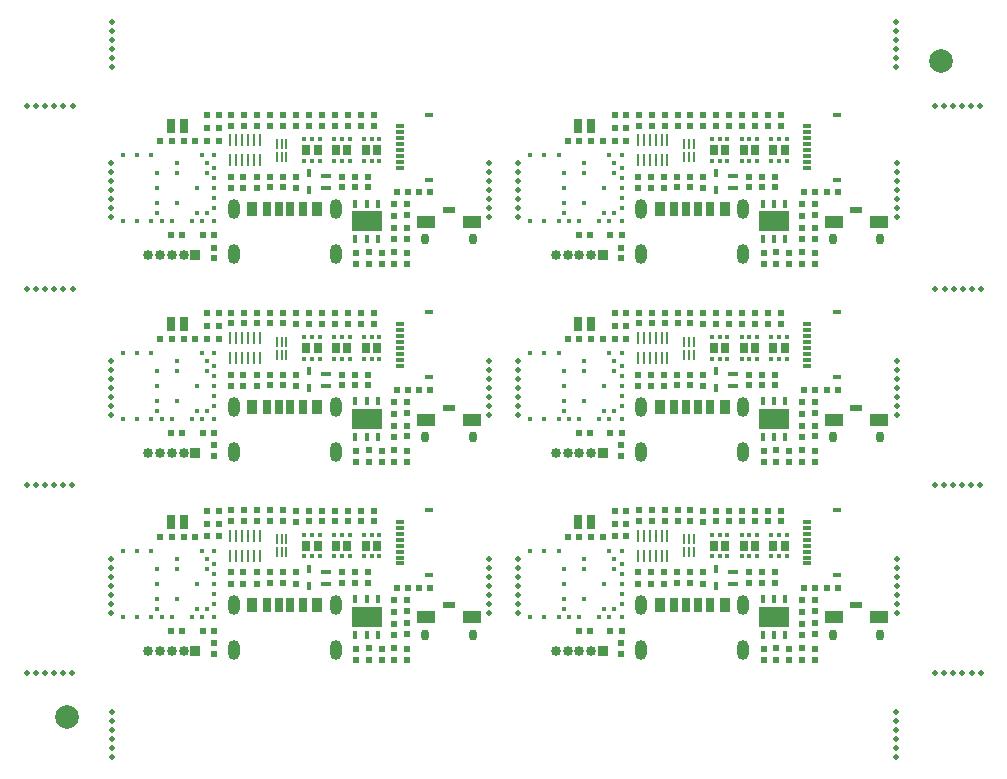
<source format=gbr>
%TF.GenerationSoftware,KiCad,Pcbnew,7.0.8-7.0.8~ubuntu22.04.1*%
%TF.CreationDate,2023-10-22T17:04:20-05:00*%
%TF.ProjectId,BT_PANELIZED,42545f50-414e-4454-9c49-5a45442e6b69,000*%
%TF.SameCoordinates,Original*%
%TF.FileFunction,Soldermask,Top*%
%TF.FilePolarity,Negative*%
%FSLAX46Y46*%
G04 Gerber Fmt 4.6, Leading zero omitted, Abs format (unit mm)*
G04 Created by KiCad (PCBNEW 7.0.8-7.0.8~ubuntu22.04.1) date 2023-10-22 17:04:20*
%MOMM*%
%LPD*%
G01*
G04 APERTURE LIST*
%ADD10C,0.500000*%
%ADD11C,2.000000*%
%ADD12R,0.600000X0.490000*%
%ADD13R,0.500000X0.550000*%
%ADD14R,0.200000X0.850000*%
%ADD15R,0.400000X0.400000*%
%ADD16R,0.490000X0.600000*%
%ADD17R,0.550000X0.500000*%
%ADD18R,0.700000X1.200000*%
%ADD19R,0.500000X0.500000*%
%ADD20R,0.838200X0.406400*%
%ADD21R,0.800000X0.300000*%
%ADD22R,0.800000X0.400000*%
%ADD23R,0.700000X1.150000*%
%ADD24R,0.800000X1.150000*%
%ADD25R,0.900000X1.150000*%
%ADD26O,1.000000X1.700000*%
%ADD27R,0.350000X0.400000*%
%ADD28R,0.650000X0.900000*%
%ADD29R,0.250000X1.000000*%
%ADD30R,0.420000X0.700000*%
%ADD31R,0.850000X0.850000*%
%ADD32O,0.850000X0.850000*%
%ADD33R,0.400000X0.800000*%
%ADD34R,2.500000X1.750000*%
%ADD35R,1.650000X1.050000*%
%ADD36O,0.700000X0.950000*%
%ADD37R,1.100000X0.600000*%
G04 APERTURE END LIST*
D10*
%TO.C,REF\u002A\u002A*%
X100288000Y-37760000D03*
%TD*%
%TO.C,REF\u002A\u002A*%
X101054000Y-37760000D03*
%TD*%
%TO.C,REF\u002A\u002A*%
X101820000Y-37760000D03*
%TD*%
%TO.C,REF\u002A\u002A*%
X97990000Y-37760000D03*
%TD*%
%TO.C,REF\u002A\u002A*%
X98756000Y-37760000D03*
%TD*%
%TO.C,REF\u002A\u002A*%
X99522000Y-37760000D03*
%TD*%
%TO.C,REF\u002A\u002A*%
X176402000Y-85730000D03*
%TD*%
%TO.C,REF\u002A\u002A*%
X175616000Y-37760000D03*
%TD*%
%TO.C,REF\u002A\u002A*%
X174850000Y-37760000D03*
%TD*%
%TO.C,REF\u002A\u002A*%
X178680000Y-37760000D03*
%TD*%
%TO.C,REF\u002A\u002A*%
X177914000Y-37760000D03*
%TD*%
%TO.C,REF\u002A\u002A*%
X177148000Y-37760000D03*
%TD*%
%TO.C,REF\u002A\u002A*%
X105140000Y-91318000D03*
%TD*%
%TO.C,REF\u002A\u002A*%
X105140000Y-90552000D03*
%TD*%
%TO.C,REF\u002A\u002A*%
X105140000Y-92084000D03*
%TD*%
%TO.C,REF\u002A\u002A*%
X105140000Y-92850000D03*
%TD*%
%TO.C,REF\u002A\u002A*%
X105140000Y-89786000D03*
%TD*%
%TO.C,REF\u002A\u002A*%
X105140000Y-89020000D03*
%TD*%
D11*
%TO.C,REF\u002A\u002A*%
X175314263Y-33950000D03*
%TD*%
%TO.C,REF\u002A\u002A*%
X101335737Y-89510000D03*
%TD*%
D10*
%TO.C,REF\u002A\u002A*%
X105055000Y-43345000D03*
%TD*%
%TO.C,REF\u002A\u002A*%
X105055000Y-44110000D03*
%TD*%
%TO.C,REF\u002A\u002A*%
X105055000Y-45640000D03*
%TD*%
%TO.C,REF\u002A\u002A*%
X105055000Y-42580000D03*
%TD*%
%TO.C,REF\u002A\u002A*%
X105055000Y-44875000D03*
%TD*%
%TO.C,REF\u002A\u002A*%
X105055000Y-46405000D03*
%TD*%
%TO.C,REF\u002A\u002A*%
X105055000Y-47170000D03*
%TD*%
%TO.C,REF\u002A\u002A*%
X176382000Y-37760000D03*
%TD*%
%TO.C,REF\u002A\u002A*%
X137105000Y-43345000D03*
%TD*%
%TO.C,REF\u002A\u002A*%
X137105000Y-44875000D03*
%TD*%
%TO.C,REF\u002A\u002A*%
X137105000Y-46405000D03*
%TD*%
%TO.C,REF\u002A\u002A*%
X137105000Y-42580000D03*
%TD*%
%TO.C,REF\u002A\u002A*%
X137105000Y-45640000D03*
%TD*%
%TO.C,REF\u002A\u002A*%
X137105000Y-44110000D03*
%TD*%
%TO.C,REF\u002A\u002A*%
X137105000Y-47170000D03*
%TD*%
%TO.C,REF\u002A\u002A*%
X139555000Y-45640000D03*
%TD*%
%TO.C,REF\u002A\u002A*%
X139555000Y-47170000D03*
%TD*%
%TO.C,REF\u002A\u002A*%
X139555000Y-42580000D03*
%TD*%
%TO.C,REF\u002A\u002A*%
X139555000Y-44110000D03*
%TD*%
%TO.C,REF\u002A\u002A*%
X139555000Y-43345000D03*
%TD*%
%TO.C,REF\u002A\u002A*%
X139555000Y-44875000D03*
%TD*%
%TO.C,REF\u002A\u002A*%
X139555000Y-46405000D03*
%TD*%
%TO.C,REF\u002A\u002A*%
X171605000Y-43345000D03*
%TD*%
%TO.C,REF\u002A\u002A*%
X171605000Y-44875000D03*
%TD*%
%TO.C,REF\u002A\u002A*%
X171605000Y-46405000D03*
%TD*%
%TO.C,REF\u002A\u002A*%
X171605000Y-42580000D03*
%TD*%
%TO.C,REF\u002A\u002A*%
X171605000Y-45640000D03*
%TD*%
%TO.C,REF\u002A\u002A*%
X171605000Y-44110000D03*
%TD*%
%TO.C,REF\u002A\u002A*%
X171605000Y-47170000D03*
%TD*%
%TO.C,REF\u002A\u002A*%
X97980000Y-69860000D03*
%TD*%
%TO.C,REF\u002A\u002A*%
X99512000Y-69860000D03*
%TD*%
%TO.C,REF\u002A\u002A*%
X98746000Y-69860000D03*
%TD*%
%TO.C,REF\u002A\u002A*%
X101810000Y-69860000D03*
%TD*%
%TO.C,REF\u002A\u002A*%
X100278000Y-69860000D03*
%TD*%
%TO.C,REF\u002A\u002A*%
X101044000Y-69860000D03*
%TD*%
%TO.C,REF\u002A\u002A*%
X139555000Y-62390000D03*
%TD*%
%TO.C,REF\u002A\u002A*%
X139555000Y-79140000D03*
%TD*%
%TO.C,REF\u002A\u002A*%
X137105000Y-60860000D03*
%TD*%
%TO.C,REF\u002A\u002A*%
X137105000Y-77610000D03*
%TD*%
%TO.C,REF\u002A\u002A*%
X137105000Y-62390000D03*
%TD*%
%TO.C,REF\u002A\u002A*%
X137105000Y-79140000D03*
%TD*%
%TO.C,REF\u002A\u002A*%
X139555000Y-63155000D03*
%TD*%
%TO.C,REF\u002A\u002A*%
X139555000Y-79905000D03*
%TD*%
%TO.C,REF\u002A\u002A*%
X137105000Y-63920000D03*
%TD*%
%TO.C,REF\u002A\u002A*%
X137105000Y-80670000D03*
%TD*%
%TO.C,REF\u002A\u002A*%
X139555000Y-60860000D03*
%TD*%
%TO.C,REF\u002A\u002A*%
X139555000Y-77610000D03*
%TD*%
%TO.C,REF\u002A\u002A*%
X139555000Y-63920000D03*
%TD*%
%TO.C,REF\u002A\u002A*%
X139555000Y-80670000D03*
%TD*%
%TO.C,REF\u002A\u002A*%
X137105000Y-59330000D03*
%TD*%
%TO.C,REF\u002A\u002A*%
X137105000Y-76080000D03*
%TD*%
%TO.C,REF\u002A\u002A*%
X137105000Y-63155000D03*
%TD*%
%TO.C,REF\u002A\u002A*%
X137105000Y-79905000D03*
%TD*%
%TO.C,REF\u002A\u002A*%
X137105000Y-61625000D03*
%TD*%
%TO.C,REF\u002A\u002A*%
X137105000Y-78375000D03*
%TD*%
%TO.C,REF\u002A\u002A*%
X137105000Y-60095000D03*
%TD*%
%TO.C,REF\u002A\u002A*%
X137105000Y-76845000D03*
%TD*%
%TO.C,REF\u002A\u002A*%
X105055000Y-63920000D03*
%TD*%
%TO.C,REF\u002A\u002A*%
X105055000Y-80670000D03*
%TD*%
%TO.C,REF\u002A\u002A*%
X105055000Y-63155000D03*
%TD*%
%TO.C,REF\u002A\u002A*%
X105055000Y-79905000D03*
%TD*%
%TO.C,REF\u002A\u002A*%
X171605000Y-60095000D03*
%TD*%
%TO.C,REF\u002A\u002A*%
X171605000Y-76845000D03*
%TD*%
%TO.C,REF\u002A\u002A*%
X105055000Y-59330000D03*
%TD*%
%TO.C,REF\u002A\u002A*%
X105055000Y-76080000D03*
%TD*%
%TO.C,REF\u002A\u002A*%
X139555000Y-60095000D03*
%TD*%
%TO.C,REF\u002A\u002A*%
X139555000Y-76845000D03*
%TD*%
%TO.C,REF\u002A\u002A*%
X139555000Y-61625000D03*
%TD*%
%TO.C,REF\u002A\u002A*%
X139555000Y-78375000D03*
%TD*%
%TO.C,REF\u002A\u002A*%
X139555000Y-59330000D03*
%TD*%
%TO.C,REF\u002A\u002A*%
X139555000Y-76080000D03*
%TD*%
%TO.C,REF\u002A\u002A*%
X105055000Y-61625000D03*
%TD*%
%TO.C,REF\u002A\u002A*%
X105055000Y-78375000D03*
%TD*%
%TO.C,REF\u002A\u002A*%
X105055000Y-62390000D03*
%TD*%
%TO.C,REF\u002A\u002A*%
X105055000Y-79140000D03*
%TD*%
%TO.C,REF\u002A\u002A*%
X105055000Y-60860000D03*
%TD*%
%TO.C,REF\u002A\u002A*%
X105055000Y-77610000D03*
%TD*%
%TO.C,REF\u002A\u002A*%
X105055000Y-60095000D03*
%TD*%
%TO.C,REF\u002A\u002A*%
X105055000Y-76845000D03*
%TD*%
%TO.C,REF\u002A\u002A*%
X171605000Y-59330000D03*
%TD*%
%TO.C,REF\u002A\u002A*%
X171605000Y-76080000D03*
%TD*%
%TO.C,REF\u002A\u002A*%
X171605000Y-63155000D03*
%TD*%
%TO.C,REF\u002A\u002A*%
X171605000Y-79905000D03*
%TD*%
%TO.C,REF\u002A\u002A*%
X171605000Y-61625000D03*
%TD*%
%TO.C,REF\u002A\u002A*%
X171605000Y-78375000D03*
%TD*%
%TO.C,REF\u002A\u002A*%
X171605000Y-63920000D03*
%TD*%
%TO.C,REF\u002A\u002A*%
X171605000Y-80670000D03*
%TD*%
%TO.C,REF\u002A\u002A*%
X171605000Y-60860000D03*
%TD*%
%TO.C,REF\u002A\u002A*%
X171605000Y-77610000D03*
%TD*%
%TO.C,REF\u002A\u002A*%
X171605000Y-62390000D03*
%TD*%
%TO.C,REF\u002A\u002A*%
X171605000Y-79140000D03*
%TD*%
D12*
%TO.C,R1*%
X118510000Y-44647000D03*
X118510000Y-43733000D03*
%TD*%
D13*
%TO.C,C12*%
X114190000Y-56360000D03*
X113210000Y-56360000D03*
%TD*%
D14*
%TO.C,U1*%
X119920000Y-40940000D03*
X119520000Y-40940000D03*
X119120000Y-40940000D03*
X119120000Y-42040000D03*
X119520000Y-42040000D03*
X119920000Y-42040000D03*
%TD*%
D15*
%TO.C,U4*%
X140557000Y-64225000D03*
X141777000Y-64225000D03*
X143005000Y-64225000D03*
X143430000Y-63575000D03*
X143855000Y-64225000D03*
X144705000Y-64225000D03*
X146405000Y-64225000D03*
X146830000Y-63575000D03*
X147255000Y-64225000D03*
X147680000Y-63575000D03*
X148335000Y-64225000D03*
X148335000Y-63150000D03*
X148335000Y-62300000D03*
X148335000Y-61450000D03*
X148335000Y-60600000D03*
X147680000Y-60175000D03*
X148335000Y-59750000D03*
X147680000Y-59325000D03*
X148335000Y-58675000D03*
X147255000Y-58675000D03*
X145130000Y-59325000D03*
X143005000Y-58675000D03*
X141777000Y-58675000D03*
X140557000Y-58675000D03*
X143430000Y-62725000D03*
X145130000Y-62725000D03*
X146830000Y-61450000D03*
X145130000Y-60175000D03*
X143430000Y-60175000D03*
X143430000Y-61450000D03*
%TD*%
D16*
%TO.C,R18*%
X166597000Y-78530000D03*
X165683000Y-78530000D03*
%TD*%
D12*
%TO.C,R10*%
X116340000Y-55245000D03*
X116340000Y-56159000D03*
%TD*%
D17*
%TO.C,C3*%
X163550000Y-82550000D03*
X163550000Y-81570000D03*
%TD*%
D10*
%TO.C,REF\u002A\u002A*%
X177148000Y-69860000D03*
%TD*%
D12*
%TO.C,R9*%
X149740000Y-38495000D03*
X149740000Y-39409000D03*
%TD*%
%TO.C,R2*%
X119610000Y-78147000D03*
X119610000Y-77233000D03*
%TD*%
D16*
%TO.C,R17*%
X163783000Y-78530000D03*
X164697000Y-78530000D03*
%TD*%
D18*
%TO.C,Y1*%
X145750000Y-56190000D03*
X144650000Y-56190000D03*
%TD*%
D12*
%TO.C,R24*%
X121820000Y-72917000D03*
X121820000Y-72003000D03*
%TD*%
D13*
%TO.C,C9*%
X110220000Y-40700000D03*
X109240000Y-40700000D03*
%TD*%
D16*
%TO.C,R17*%
X163783000Y-61780000D03*
X164697000Y-61780000D03*
%TD*%
D19*
%TO.C,D3*%
X161415000Y-83637000D03*
X161415000Y-84637000D03*
%TD*%
D17*
%TO.C,C7*%
X151910000Y-77240000D03*
X151910000Y-78220000D03*
%TD*%
D12*
%TO.C,R9*%
X115240000Y-71995000D03*
X115240000Y-72909000D03*
%TD*%
%TO.C,R23*%
X130140000Y-62823000D03*
X130140000Y-63737000D03*
%TD*%
%TO.C,R15*%
X124610000Y-44647000D03*
X124610000Y-43733000D03*
%TD*%
%TO.C,R6*%
X113780000Y-67407000D03*
X113780000Y-66493000D03*
%TD*%
D13*
%TO.C,C10*%
X148690000Y-74190000D03*
X147710000Y-74190000D03*
%TD*%
D17*
%TO.C,C7*%
X117410000Y-77240000D03*
X117410000Y-78220000D03*
%TD*%
D13*
%TO.C,C10*%
X114190000Y-40690000D03*
X113210000Y-40690000D03*
%TD*%
D10*
%TO.C,REF\u002A\u002A*%
X171510000Y-32152000D03*
%TD*%
D12*
%TO.C,R3*%
X153040000Y-39409000D03*
X153040000Y-38495000D03*
%TD*%
%TO.C,R8*%
X125840000Y-51144000D03*
X125840000Y-50230000D03*
%TD*%
D10*
%TO.C,REF\u002A\u002A*%
X97990000Y-53220000D03*
%TD*%
D12*
%TO.C,R14*%
X125710000Y-77233000D03*
X125710000Y-78147000D03*
%TD*%
D10*
%TO.C,REF\u002A\u002A*%
X175636000Y-85730000D03*
%TD*%
D12*
%TO.C,R9*%
X149740000Y-71995000D03*
X149740000Y-72909000D03*
%TD*%
D20*
%TO.C,CR1*%
X123250000Y-44720700D03*
X123250000Y-43679300D03*
%TD*%
D13*
%TO.C,C8*%
X145730000Y-57450000D03*
X146710000Y-57450000D03*
%TD*%
D12*
%TO.C,R8*%
X160340000Y-84644000D03*
X160340000Y-83730000D03*
%TD*%
%TO.C,R16*%
X124020000Y-56167000D03*
X124020000Y-55253000D03*
%TD*%
D13*
%TO.C,C10*%
X148690000Y-40690000D03*
X147710000Y-40690000D03*
%TD*%
D17*
%TO.C,C5*%
X115200000Y-77240000D03*
X115200000Y-78220000D03*
%TD*%
D21*
%TO.C,J2*%
X164040000Y-72980000D03*
X164040000Y-73480000D03*
X164040000Y-73980000D03*
X164040000Y-74480000D03*
X164040000Y-74980000D03*
X164040000Y-75480000D03*
X164040000Y-75980000D03*
X164040000Y-76480000D03*
D22*
X166540000Y-71980000D03*
X166540000Y-77480000D03*
%TD*%
D23*
%TO.C,J1*%
X119270000Y-63240000D03*
D24*
X121290000Y-63240000D03*
D25*
X122520000Y-63240000D03*
D23*
X120270000Y-63240000D03*
D24*
X118250000Y-63240000D03*
D25*
X117020000Y-63240000D03*
D26*
X115450000Y-63240000D03*
X124090000Y-63240000D03*
X124090000Y-67040000D03*
X115450000Y-67040000D03*
%TD*%
D12*
%TO.C,R11*%
X164640000Y-48063000D03*
X164640000Y-48977000D03*
%TD*%
%TO.C,R26*%
X157420000Y-56167000D03*
X157420000Y-55253000D03*
%TD*%
%TO.C,R24*%
X156320000Y-56167000D03*
X156320000Y-55253000D03*
%TD*%
D10*
%TO.C,REF\u002A\u002A*%
X177168000Y-85730000D03*
%TD*%
D17*
%TO.C,C1*%
X155200000Y-43740000D03*
X155200000Y-44720000D03*
%TD*%
D19*
%TO.C,D2*%
X163565000Y-66900000D03*
X163565000Y-67900000D03*
%TD*%
D12*
%TO.C,R16*%
X158520000Y-72917000D03*
X158520000Y-72003000D03*
%TD*%
D17*
%TO.C,C7*%
X117410000Y-43740000D03*
X117410000Y-44720000D03*
%TD*%
D13*
%TO.C,C12*%
X148690000Y-56360000D03*
X147710000Y-56360000D03*
%TD*%
D17*
%TO.C,C5*%
X149700000Y-77240000D03*
X149700000Y-78220000D03*
%TD*%
D12*
%TO.C,R23*%
X164640000Y-62823000D03*
X164640000Y-63737000D03*
%TD*%
%TO.C,R5*%
X127990000Y-50230000D03*
X127990000Y-51144000D03*
%TD*%
D16*
%TO.C,R18*%
X132097000Y-45030000D03*
X131183000Y-45030000D03*
%TD*%
D12*
%TO.C,R24*%
X121820000Y-39417000D03*
X121820000Y-38503000D03*
%TD*%
%TO.C,R15*%
X159110000Y-44647000D03*
X159110000Y-43733000D03*
%TD*%
%TO.C,R12*%
X161310000Y-77233000D03*
X161310000Y-78147000D03*
%TD*%
%TO.C,R26*%
X122920000Y-39417000D03*
X122920000Y-38503000D03*
%TD*%
%TO.C,R23*%
X130140000Y-79573000D03*
X130140000Y-80487000D03*
%TD*%
D10*
%TO.C,REF\u002A\u002A*%
X98756000Y-53220000D03*
%TD*%
D27*
%TO.C,U6*%
X159770000Y-74060000D03*
X159120000Y-74060000D03*
X158470000Y-74060000D03*
X158470000Y-75880000D03*
X159120000Y-75880000D03*
X159770000Y-75880000D03*
D28*
X158645000Y-74970000D03*
X159595000Y-74970000D03*
%TD*%
D17*
%TO.C,C3*%
X163550000Y-65800000D03*
X163550000Y-64820000D03*
%TD*%
D12*
%TO.C,R16*%
X158520000Y-56167000D03*
X158520000Y-55253000D03*
%TD*%
D17*
%TO.C,C2*%
X120730000Y-39480000D03*
X120730000Y-38500000D03*
%TD*%
D21*
%TO.C,J2*%
X164040000Y-56230000D03*
X164040000Y-56730000D03*
X164040000Y-57230000D03*
X164040000Y-57730000D03*
X164040000Y-58230000D03*
X164040000Y-58730000D03*
X164040000Y-59230000D03*
X164040000Y-59730000D03*
D22*
X166540000Y-55230000D03*
X166540000Y-60730000D03*
%TD*%
D27*
%TO.C,U5*%
X122750000Y-40560000D03*
X122100000Y-40560000D03*
X121450000Y-40560000D03*
X121450000Y-42380000D03*
X122100000Y-42380000D03*
X122750000Y-42380000D03*
D28*
X121625000Y-41470000D03*
X122575000Y-41470000D03*
%TD*%
D27*
%TO.C,U5*%
X157250000Y-74060000D03*
X156600000Y-74060000D03*
X155950000Y-74060000D03*
X155950000Y-75880000D03*
X156600000Y-75880000D03*
X157250000Y-75880000D03*
D28*
X156125000Y-74970000D03*
X157075000Y-74970000D03*
%TD*%
D15*
%TO.C,U4*%
X106057000Y-80975000D03*
X107277000Y-80975000D03*
X108505000Y-80975000D03*
X108930000Y-80325000D03*
X109355000Y-80975000D03*
X110205000Y-80975000D03*
X111905000Y-80975000D03*
X112330000Y-80325000D03*
X112755000Y-80975000D03*
X113180000Y-80325000D03*
X113835000Y-80975000D03*
X113835000Y-79900000D03*
X113835000Y-79050000D03*
X113835000Y-78200000D03*
X113835000Y-77350000D03*
X113180000Y-76925000D03*
X113835000Y-76500000D03*
X113180000Y-76075000D03*
X113835000Y-75425000D03*
X112755000Y-75425000D03*
X110630000Y-76075000D03*
X108505000Y-75425000D03*
X107277000Y-75425000D03*
X106057000Y-75425000D03*
X108930000Y-79475000D03*
X110630000Y-79475000D03*
X112330000Y-78200000D03*
X110630000Y-76925000D03*
X108930000Y-76925000D03*
X108930000Y-78200000D03*
%TD*%
D18*
%TO.C,Y1*%
X145750000Y-39440000D03*
X144650000Y-39440000D03*
%TD*%
D12*
%TO.C,R10*%
X150840000Y-71995000D03*
X150840000Y-72909000D03*
%TD*%
D10*
%TO.C,REF\u002A\u002A*%
X98726000Y-85720000D03*
%TD*%
D12*
%TO.C,R24*%
X156320000Y-39417000D03*
X156320000Y-38503000D03*
%TD*%
D10*
%TO.C,REF\u002A\u002A*%
X175646000Y-53220000D03*
%TD*%
D13*
%TO.C,C11*%
X147350000Y-82210000D03*
X148330000Y-82210000D03*
%TD*%
D12*
%TO.C,R13*%
X160720000Y-39417000D03*
X160720000Y-38503000D03*
%TD*%
D19*
%TO.C,D3*%
X126915000Y-50137000D03*
X126915000Y-51137000D03*
%TD*%
D10*
%TO.C,REF\u002A\u002A*%
X174850000Y-69860000D03*
%TD*%
D17*
%TO.C,C5*%
X149700000Y-43740000D03*
X149700000Y-44720000D03*
%TD*%
D10*
%TO.C,REF\u002A\u002A*%
X101790000Y-85720000D03*
%TD*%
D13*
%TO.C,C13*%
X148690000Y-55280000D03*
X147710000Y-55280000D03*
%TD*%
D12*
%TO.C,R3*%
X118540000Y-56159000D03*
X118540000Y-55245000D03*
%TD*%
D13*
%TO.C,C9*%
X144720000Y-40700000D03*
X143740000Y-40700000D03*
%TD*%
D17*
%TO.C,C1*%
X120700000Y-43740000D03*
X120700000Y-44720000D03*
%TD*%
D12*
%TO.C,R20*%
X151940000Y-55245000D03*
X151940000Y-56159000D03*
%TD*%
%TO.C,R14*%
X160210000Y-60483000D03*
X160210000Y-61397000D03*
%TD*%
%TO.C,R6*%
X113780000Y-50657000D03*
X113780000Y-49743000D03*
%TD*%
D29*
%TO.C,U3*%
X115190000Y-42350000D03*
X115690000Y-42350000D03*
X116190000Y-42350000D03*
X116690000Y-42350000D03*
X117190000Y-42350000D03*
X117690000Y-42350000D03*
X117690000Y-40650000D03*
X117190000Y-40650000D03*
X116690000Y-40650000D03*
X116190000Y-40650000D03*
X115690000Y-40650000D03*
X115190000Y-40650000D03*
%TD*%
D27*
%TO.C,U6*%
X125270000Y-57310000D03*
X124620000Y-57310000D03*
X123970000Y-57310000D03*
X123970000Y-59130000D03*
X124620000Y-59130000D03*
X125270000Y-59130000D03*
D28*
X124145000Y-58220000D03*
X125095000Y-58220000D03*
%TD*%
D13*
%TO.C,C11*%
X112850000Y-82210000D03*
X113830000Y-82210000D03*
%TD*%
D12*
%TO.C,R1*%
X118510000Y-78147000D03*
X118510000Y-77233000D03*
%TD*%
%TO.C,R2*%
X154110000Y-61397000D03*
X154110000Y-60483000D03*
%TD*%
D30*
%TO.C,D1*%
X156340000Y-78385000D03*
X156340000Y-76935000D03*
%TD*%
D12*
%TO.C,R20*%
X117440000Y-55245000D03*
X117440000Y-56159000D03*
%TD*%
D17*
%TO.C,C4*%
X129050000Y-62830000D03*
X129050000Y-63810000D03*
%TD*%
D13*
%TO.C,C8*%
X145730000Y-74200000D03*
X146710000Y-74200000D03*
%TD*%
D10*
%TO.C,REF\u002A\u002A*%
X105130000Y-34440000D03*
%TD*%
D19*
%TO.C,D2*%
X129065000Y-83650000D03*
X129065000Y-84650000D03*
%TD*%
D10*
%TO.C,REF\u002A\u002A*%
X101024000Y-85720000D03*
%TD*%
D12*
%TO.C,R2*%
X154110000Y-44647000D03*
X154110000Y-43733000D03*
%TD*%
D13*
%TO.C,C13*%
X114190000Y-38530000D03*
X113210000Y-38530000D03*
%TD*%
D12*
%TO.C,R19*%
X164640000Y-50230000D03*
X164640000Y-51144000D03*
%TD*%
%TO.C,R5*%
X127990000Y-66980000D03*
X127990000Y-67894000D03*
%TD*%
D31*
%TO.C,J3*%
X112230000Y-50400000D03*
D32*
X111230000Y-50400000D03*
X110230000Y-50400000D03*
X109230000Y-50400000D03*
X108230000Y-50400000D03*
%TD*%
D12*
%TO.C,R19*%
X130140000Y-66980000D03*
X130140000Y-67894000D03*
%TD*%
D30*
%TO.C,D1*%
X121840000Y-78385000D03*
X121840000Y-76935000D03*
%TD*%
D17*
%TO.C,C2*%
X155230000Y-39480000D03*
X155230000Y-38500000D03*
%TD*%
%TO.C,C2*%
X120730000Y-56230000D03*
X120730000Y-55250000D03*
%TD*%
D12*
%TO.C,R8*%
X125840000Y-67894000D03*
X125840000Y-66980000D03*
%TD*%
%TO.C,R19*%
X130140000Y-83730000D03*
X130140000Y-84644000D03*
%TD*%
%TO.C,R25*%
X125120000Y-56167000D03*
X125120000Y-55253000D03*
%TD*%
D27*
%TO.C,U7*%
X127790000Y-57310000D03*
X127140000Y-57310000D03*
X126490000Y-57310000D03*
X126490000Y-59130000D03*
X127140000Y-59130000D03*
X127790000Y-59130000D03*
D28*
X126665000Y-58220000D03*
X127615000Y-58220000D03*
%TD*%
D12*
%TO.C,R13*%
X126220000Y-39417000D03*
X126220000Y-38503000D03*
%TD*%
D19*
%TO.C,D3*%
X126915000Y-66887000D03*
X126915000Y-67887000D03*
%TD*%
D10*
%TO.C,REF\u002A\u002A*%
X171510000Y-33684000D03*
%TD*%
D12*
%TO.C,R6*%
X148280000Y-50657000D03*
X148280000Y-49743000D03*
%TD*%
D17*
%TO.C,C2*%
X155230000Y-72980000D03*
X155230000Y-72000000D03*
%TD*%
D12*
%TO.C,R22*%
X161820000Y-38503000D03*
X161820000Y-39417000D03*
%TD*%
%TO.C,R23*%
X130140000Y-46073000D03*
X130140000Y-46987000D03*
%TD*%
D17*
%TO.C,C7*%
X151910000Y-43740000D03*
X151910000Y-44720000D03*
%TD*%
D13*
%TO.C,C13*%
X148690000Y-38530000D03*
X147710000Y-38530000D03*
%TD*%
D17*
%TO.C,C4*%
X129050000Y-46080000D03*
X129050000Y-47060000D03*
%TD*%
D29*
%TO.C,U3*%
X149690000Y-42350000D03*
X150190000Y-42350000D03*
X150690000Y-42350000D03*
X151190000Y-42350000D03*
X151690000Y-42350000D03*
X152190000Y-42350000D03*
X152190000Y-40650000D03*
X151690000Y-40650000D03*
X151190000Y-40650000D03*
X150690000Y-40650000D03*
X150190000Y-40650000D03*
X149690000Y-40650000D03*
%TD*%
D12*
%TO.C,R14*%
X160210000Y-43733000D03*
X160210000Y-44647000D03*
%TD*%
D16*
%TO.C,R21*%
X111107000Y-48700000D03*
X110193000Y-48700000D03*
%TD*%
D19*
%TO.C,D3*%
X161415000Y-66887000D03*
X161415000Y-67887000D03*
%TD*%
%TO.C,D3*%
X161415000Y-50137000D03*
X161415000Y-51137000D03*
%TD*%
D17*
%TO.C,C4*%
X129050000Y-79580000D03*
X129050000Y-80560000D03*
%TD*%
D12*
%TO.C,R1*%
X118510000Y-61397000D03*
X118510000Y-60483000D03*
%TD*%
%TO.C,R16*%
X124020000Y-72917000D03*
X124020000Y-72003000D03*
%TD*%
%TO.C,R12*%
X161310000Y-60483000D03*
X161310000Y-61397000D03*
%TD*%
%TO.C,R16*%
X124020000Y-39417000D03*
X124020000Y-38503000D03*
%TD*%
D13*
%TO.C,C8*%
X111230000Y-74200000D03*
X112210000Y-74200000D03*
%TD*%
D27*
%TO.C,U5*%
X122750000Y-57310000D03*
X122100000Y-57310000D03*
X121450000Y-57310000D03*
X121450000Y-59130000D03*
X122100000Y-59130000D03*
X122750000Y-59130000D03*
D28*
X121625000Y-58220000D03*
X122575000Y-58220000D03*
%TD*%
D12*
%TO.C,R26*%
X157420000Y-72917000D03*
X157420000Y-72003000D03*
%TD*%
D23*
%TO.C,J1*%
X153770000Y-79990000D03*
D24*
X155790000Y-79990000D03*
D25*
X157020000Y-79990000D03*
D23*
X154770000Y-79990000D03*
D24*
X152750000Y-79990000D03*
D25*
X151520000Y-79990000D03*
D26*
X149950000Y-79990000D03*
X158590000Y-79990000D03*
X158590000Y-83790000D03*
X149950000Y-83790000D03*
%TD*%
D13*
%TO.C,C12*%
X148690000Y-73110000D03*
X147710000Y-73110000D03*
%TD*%
%TO.C,C11*%
X147350000Y-48710000D03*
X148330000Y-48710000D03*
%TD*%
D12*
%TO.C,R22*%
X161820000Y-72003000D03*
X161820000Y-72917000D03*
%TD*%
D30*
%TO.C,D1*%
X156340000Y-44885000D03*
X156340000Y-43435000D03*
%TD*%
D12*
%TO.C,R26*%
X122920000Y-72917000D03*
X122920000Y-72003000D03*
%TD*%
%TO.C,R25*%
X125120000Y-39417000D03*
X125120000Y-38503000D03*
%TD*%
D21*
%TO.C,J2*%
X129540000Y-72980000D03*
X129540000Y-73480000D03*
X129540000Y-73980000D03*
X129540000Y-74480000D03*
X129540000Y-74980000D03*
X129540000Y-75480000D03*
X129540000Y-75980000D03*
X129540000Y-76480000D03*
D22*
X132040000Y-71980000D03*
X132040000Y-77480000D03*
%TD*%
D12*
%TO.C,R2*%
X154110000Y-78147000D03*
X154110000Y-77233000D03*
%TD*%
D33*
%TO.C,U2*%
X127660000Y-79510000D03*
X126710000Y-79510000D03*
X125760000Y-79510000D03*
X125760000Y-82510000D03*
X126710000Y-82510000D03*
X127660000Y-82510000D03*
D34*
X126710000Y-81010000D03*
%TD*%
D12*
%TO.C,R11*%
X130140000Y-48063000D03*
X130140000Y-48977000D03*
%TD*%
D27*
%TO.C,U6*%
X159770000Y-57310000D03*
X159120000Y-57310000D03*
X158470000Y-57310000D03*
X158470000Y-59130000D03*
X159120000Y-59130000D03*
X159770000Y-59130000D03*
D28*
X158645000Y-58220000D03*
X159595000Y-58220000D03*
%TD*%
D17*
%TO.C,C2*%
X155230000Y-56230000D03*
X155230000Y-55250000D03*
%TD*%
D12*
%TO.C,R2*%
X119610000Y-61397000D03*
X119610000Y-60483000D03*
%TD*%
D17*
%TO.C,C1*%
X120700000Y-77240000D03*
X120700000Y-78220000D03*
%TD*%
D10*
%TO.C,REF\u002A\u002A*%
X105130000Y-30610000D03*
%TD*%
D35*
%TO.C,SW1*%
X131765000Y-81055000D03*
X135615000Y-81055000D03*
D36*
X131665000Y-82530000D03*
X135715000Y-82530000D03*
D37*
X133690000Y-80030000D03*
%TD*%
D10*
%TO.C,REF\u002A\u002A*%
X171510000Y-92144000D03*
%TD*%
D20*
%TO.C,CR1*%
X157750000Y-78220700D03*
X157750000Y-77179300D03*
%TD*%
D12*
%TO.C,R11*%
X130140000Y-64813000D03*
X130140000Y-65727000D03*
%TD*%
D13*
%TO.C,C8*%
X145730000Y-40700000D03*
X146710000Y-40700000D03*
%TD*%
D17*
%TO.C,C4*%
X163550000Y-46080000D03*
X163550000Y-47060000D03*
%TD*%
D16*
%TO.C,R18*%
X132097000Y-78530000D03*
X131183000Y-78530000D03*
%TD*%
D18*
%TO.C,Y1*%
X111250000Y-56190000D03*
X110150000Y-56190000D03*
%TD*%
D12*
%TO.C,R19*%
X130140000Y-50230000D03*
X130140000Y-51144000D03*
%TD*%
D19*
%TO.C,D2*%
X129065000Y-66900000D03*
X129065000Y-67900000D03*
%TD*%
D16*
%TO.C,R18*%
X166597000Y-61780000D03*
X165683000Y-61780000D03*
%TD*%
D12*
%TO.C,R12*%
X126810000Y-43733000D03*
X126810000Y-44647000D03*
%TD*%
D10*
%TO.C,REF\u002A\u002A*%
X178700000Y-85730000D03*
%TD*%
D27*
%TO.C,U5*%
X157250000Y-57310000D03*
X156600000Y-57310000D03*
X155950000Y-57310000D03*
X155950000Y-59130000D03*
X156600000Y-59130000D03*
X157250000Y-59130000D03*
D28*
X156125000Y-58220000D03*
X157075000Y-58220000D03*
%TD*%
D10*
%TO.C,REF\u002A\u002A*%
X97960000Y-85720000D03*
%TD*%
D12*
%TO.C,R15*%
X124610000Y-78147000D03*
X124610000Y-77233000D03*
%TD*%
%TO.C,R3*%
X153040000Y-56159000D03*
X153040000Y-55245000D03*
%TD*%
D15*
%TO.C,U4*%
X140557000Y-80975000D03*
X141777000Y-80975000D03*
X143005000Y-80975000D03*
X143430000Y-80325000D03*
X143855000Y-80975000D03*
X144705000Y-80975000D03*
X146405000Y-80975000D03*
X146830000Y-80325000D03*
X147255000Y-80975000D03*
X147680000Y-80325000D03*
X148335000Y-80975000D03*
X148335000Y-79900000D03*
X148335000Y-79050000D03*
X148335000Y-78200000D03*
X148335000Y-77350000D03*
X147680000Y-76925000D03*
X148335000Y-76500000D03*
X147680000Y-76075000D03*
X148335000Y-75425000D03*
X147255000Y-75425000D03*
X145130000Y-76075000D03*
X143005000Y-75425000D03*
X141777000Y-75425000D03*
X140557000Y-75425000D03*
X143430000Y-79475000D03*
X145130000Y-79475000D03*
X146830000Y-78200000D03*
X145130000Y-76925000D03*
X143430000Y-76925000D03*
X143430000Y-78200000D03*
%TD*%
D10*
%TO.C,REF\u002A\u002A*%
X101054000Y-53220000D03*
%TD*%
D12*
%TO.C,R20*%
X117440000Y-71995000D03*
X117440000Y-72909000D03*
%TD*%
D10*
%TO.C,REF\u002A\u002A*%
X171510000Y-32918000D03*
%TD*%
D12*
%TO.C,R13*%
X126220000Y-72917000D03*
X126220000Y-72003000D03*
%TD*%
D14*
%TO.C,U1*%
X154420000Y-40940000D03*
X154020000Y-40940000D03*
X153620000Y-40940000D03*
X153620000Y-42040000D03*
X154020000Y-42040000D03*
X154420000Y-42040000D03*
%TD*%
%TO.C,U1*%
X154420000Y-57690000D03*
X154020000Y-57690000D03*
X153620000Y-57690000D03*
X153620000Y-58790000D03*
X154020000Y-58790000D03*
X154420000Y-58790000D03*
%TD*%
D30*
%TO.C,D1*%
X121840000Y-44885000D03*
X121840000Y-43435000D03*
%TD*%
D17*
%TO.C,C6*%
X116290000Y-60490000D03*
X116290000Y-61470000D03*
%TD*%
D16*
%TO.C,R17*%
X163783000Y-45030000D03*
X164697000Y-45030000D03*
%TD*%
D10*
%TO.C,REF\u002A\u002A*%
X178710000Y-53220000D03*
%TD*%
%TO.C,REF\u002A\u002A*%
X105130000Y-32908000D03*
%TD*%
D12*
%TO.C,R15*%
X159110000Y-61397000D03*
X159110000Y-60483000D03*
%TD*%
D27*
%TO.C,U7*%
X162290000Y-57310000D03*
X161640000Y-57310000D03*
X160990000Y-57310000D03*
X160990000Y-59130000D03*
X161640000Y-59130000D03*
X162290000Y-59130000D03*
D28*
X161165000Y-58220000D03*
X162115000Y-58220000D03*
%TD*%
D10*
%TO.C,REF\u002A\u002A*%
X171510000Y-91378000D03*
%TD*%
D23*
%TO.C,J1*%
X119270000Y-79990000D03*
D24*
X121290000Y-79990000D03*
D25*
X122520000Y-79990000D03*
D23*
X120270000Y-79990000D03*
D24*
X118250000Y-79990000D03*
D25*
X117020000Y-79990000D03*
D26*
X115450000Y-79990000D03*
X124090000Y-79990000D03*
X124090000Y-83790000D03*
X115450000Y-83790000D03*
%TD*%
D12*
%TO.C,R15*%
X159110000Y-78147000D03*
X159110000Y-77233000D03*
%TD*%
D10*
%TO.C,REF\u002A\u002A*%
X99492000Y-85720000D03*
%TD*%
D12*
%TO.C,R25*%
X159620000Y-72917000D03*
X159620000Y-72003000D03*
%TD*%
%TO.C,R20*%
X117440000Y-38495000D03*
X117440000Y-39409000D03*
%TD*%
%TO.C,R10*%
X116340000Y-38495000D03*
X116340000Y-39409000D03*
%TD*%
%TO.C,R5*%
X162490000Y-83730000D03*
X162490000Y-84644000D03*
%TD*%
D17*
%TO.C,C3*%
X129050000Y-82550000D03*
X129050000Y-81570000D03*
%TD*%
D13*
%TO.C,C11*%
X112850000Y-65460000D03*
X113830000Y-65460000D03*
%TD*%
D12*
%TO.C,R3*%
X153040000Y-72909000D03*
X153040000Y-71995000D03*
%TD*%
D16*
%TO.C,R21*%
X111107000Y-82200000D03*
X110193000Y-82200000D03*
%TD*%
D35*
%TO.C,SW1*%
X131765000Y-64305000D03*
X135615000Y-64305000D03*
D36*
X131665000Y-65780000D03*
X135715000Y-65780000D03*
D37*
X133690000Y-63280000D03*
%TD*%
D33*
%TO.C,U2*%
X162160000Y-46010000D03*
X161210000Y-46010000D03*
X160260000Y-46010000D03*
X160260000Y-49010000D03*
X161210000Y-49010000D03*
X162160000Y-49010000D03*
D34*
X161210000Y-47510000D03*
%TD*%
D12*
%TO.C,R19*%
X164640000Y-66980000D03*
X164640000Y-67894000D03*
%TD*%
%TO.C,R9*%
X115240000Y-55245000D03*
X115240000Y-56159000D03*
%TD*%
%TO.C,R24*%
X156320000Y-72917000D03*
X156320000Y-72003000D03*
%TD*%
D29*
%TO.C,U3*%
X115190000Y-75850000D03*
X115690000Y-75850000D03*
X116190000Y-75850000D03*
X116690000Y-75850000D03*
X117190000Y-75850000D03*
X117690000Y-75850000D03*
X117690000Y-74150000D03*
X117190000Y-74150000D03*
X116690000Y-74150000D03*
X116190000Y-74150000D03*
X115690000Y-74150000D03*
X115190000Y-74150000D03*
%TD*%
D12*
%TO.C,R2*%
X119610000Y-44647000D03*
X119610000Y-43733000D03*
%TD*%
%TO.C,R26*%
X122920000Y-56167000D03*
X122920000Y-55253000D03*
%TD*%
D13*
%TO.C,C12*%
X114190000Y-73110000D03*
X113210000Y-73110000D03*
%TD*%
D35*
%TO.C,SW1*%
X166265000Y-47555000D03*
X170115000Y-47555000D03*
D36*
X166165000Y-49030000D03*
X170215000Y-49030000D03*
D37*
X168190000Y-46530000D03*
%TD*%
D10*
%TO.C,REF\u002A\u002A*%
X176412000Y-53220000D03*
%TD*%
D17*
%TO.C,C5*%
X115200000Y-60490000D03*
X115200000Y-61470000D03*
%TD*%
D27*
%TO.C,U6*%
X125270000Y-40560000D03*
X124620000Y-40560000D03*
X123970000Y-40560000D03*
X123970000Y-42380000D03*
X124620000Y-42380000D03*
X125270000Y-42380000D03*
D28*
X124145000Y-41470000D03*
X125095000Y-41470000D03*
%TD*%
D10*
%TO.C,REF\u002A\u002A*%
X177934000Y-85730000D03*
%TD*%
D27*
%TO.C,U6*%
X159770000Y-40560000D03*
X159120000Y-40560000D03*
X158470000Y-40560000D03*
X158470000Y-42380000D03*
X159120000Y-42380000D03*
X159770000Y-42380000D03*
D28*
X158645000Y-41470000D03*
X159595000Y-41470000D03*
%TD*%
D33*
%TO.C,U2*%
X127660000Y-46010000D03*
X126710000Y-46010000D03*
X125760000Y-46010000D03*
X125760000Y-49010000D03*
X126710000Y-49010000D03*
X127660000Y-49010000D03*
D34*
X126710000Y-47510000D03*
%TD*%
D10*
%TO.C,REF\u002A\u002A*%
X99522000Y-53220000D03*
%TD*%
D12*
%TO.C,R10*%
X150840000Y-55245000D03*
X150840000Y-56159000D03*
%TD*%
D17*
%TO.C,C6*%
X150790000Y-77240000D03*
X150790000Y-78220000D03*
%TD*%
D10*
%TO.C,REF\u002A\u002A*%
X171510000Y-90612000D03*
%TD*%
D12*
%TO.C,R13*%
X126220000Y-56167000D03*
X126220000Y-55253000D03*
%TD*%
D18*
%TO.C,Y1*%
X111250000Y-72940000D03*
X110150000Y-72940000D03*
%TD*%
D10*
%TO.C,REF\u002A\u002A*%
X177944000Y-53220000D03*
%TD*%
%TO.C,REF\u002A\u002A*%
X174870000Y-85730000D03*
%TD*%
D16*
%TO.C,R21*%
X111107000Y-65450000D03*
X110193000Y-65450000D03*
%TD*%
D12*
%TO.C,R12*%
X161310000Y-43733000D03*
X161310000Y-44647000D03*
%TD*%
%TO.C,R8*%
X160340000Y-51144000D03*
X160340000Y-50230000D03*
%TD*%
D23*
%TO.C,J1*%
X153770000Y-46490000D03*
D24*
X155790000Y-46490000D03*
D25*
X157020000Y-46490000D03*
D23*
X154770000Y-46490000D03*
D24*
X152750000Y-46490000D03*
D25*
X151520000Y-46490000D03*
D26*
X149950000Y-46490000D03*
X158590000Y-46490000D03*
X158590000Y-50290000D03*
X149950000Y-50290000D03*
%TD*%
D31*
%TO.C,J3*%
X112230000Y-83900000D03*
D32*
X111230000Y-83900000D03*
X110230000Y-83900000D03*
X109230000Y-83900000D03*
X108230000Y-83900000D03*
%TD*%
D16*
%TO.C,R21*%
X145607000Y-48700000D03*
X144693000Y-48700000D03*
%TD*%
D33*
%TO.C,U2*%
X162160000Y-79510000D03*
X161210000Y-79510000D03*
X160260000Y-79510000D03*
X160260000Y-82510000D03*
X161210000Y-82510000D03*
X162160000Y-82510000D03*
D34*
X161210000Y-81010000D03*
%TD*%
D15*
%TO.C,U4*%
X106057000Y-47475000D03*
X107277000Y-47475000D03*
X108505000Y-47475000D03*
X108930000Y-46825000D03*
X109355000Y-47475000D03*
X110205000Y-47475000D03*
X111905000Y-47475000D03*
X112330000Y-46825000D03*
X112755000Y-47475000D03*
X113180000Y-46825000D03*
X113835000Y-47475000D03*
X113835000Y-46400000D03*
X113835000Y-45550000D03*
X113835000Y-44700000D03*
X113835000Y-43850000D03*
X113180000Y-43425000D03*
X113835000Y-43000000D03*
X113180000Y-42575000D03*
X113835000Y-41925000D03*
X112755000Y-41925000D03*
X110630000Y-42575000D03*
X108505000Y-41925000D03*
X107277000Y-41925000D03*
X106057000Y-41925000D03*
X108930000Y-45975000D03*
X110630000Y-45975000D03*
X112330000Y-44700000D03*
X110630000Y-43425000D03*
X108930000Y-43425000D03*
X108930000Y-44700000D03*
%TD*%
D10*
%TO.C,REF\u002A\u002A*%
X178680000Y-69860000D03*
%TD*%
D12*
%TO.C,R1*%
X153010000Y-44647000D03*
X153010000Y-43733000D03*
%TD*%
D31*
%TO.C,J3*%
X146730000Y-50400000D03*
D32*
X145730000Y-50400000D03*
X144730000Y-50400000D03*
X143730000Y-50400000D03*
X142730000Y-50400000D03*
%TD*%
D17*
%TO.C,C4*%
X163550000Y-62830000D03*
X163550000Y-63810000D03*
%TD*%
%TO.C,C1*%
X155200000Y-77240000D03*
X155200000Y-78220000D03*
%TD*%
%TO.C,C6*%
X116290000Y-43740000D03*
X116290000Y-44720000D03*
%TD*%
D13*
%TO.C,C10*%
X114190000Y-74190000D03*
X113210000Y-74190000D03*
%TD*%
D12*
%TO.C,R14*%
X125710000Y-60483000D03*
X125710000Y-61397000D03*
%TD*%
%TO.C,R4*%
X154140000Y-72909000D03*
X154140000Y-71995000D03*
%TD*%
%TO.C,R12*%
X126810000Y-60483000D03*
X126810000Y-61397000D03*
%TD*%
D13*
%TO.C,C12*%
X148690000Y-39610000D03*
X147710000Y-39610000D03*
%TD*%
D10*
%TO.C,REF\u002A\u002A*%
X171510000Y-89080000D03*
%TD*%
D31*
%TO.C,J3*%
X112230000Y-67150000D03*
D32*
X111230000Y-67150000D03*
X110230000Y-67150000D03*
X109230000Y-67150000D03*
X108230000Y-67150000D03*
%TD*%
D17*
%TO.C,C6*%
X116290000Y-77240000D03*
X116290000Y-78220000D03*
%TD*%
D12*
%TO.C,R24*%
X121820000Y-56167000D03*
X121820000Y-55253000D03*
%TD*%
%TO.C,R9*%
X149740000Y-55245000D03*
X149740000Y-56159000D03*
%TD*%
D16*
%TO.C,R18*%
X166597000Y-45030000D03*
X165683000Y-45030000D03*
%TD*%
D23*
%TO.C,J1*%
X153770000Y-63240000D03*
D24*
X155790000Y-63240000D03*
D25*
X157020000Y-63240000D03*
D23*
X154770000Y-63240000D03*
D24*
X152750000Y-63240000D03*
D25*
X151520000Y-63240000D03*
D26*
X149950000Y-63240000D03*
X158590000Y-63240000D03*
X158590000Y-67040000D03*
X149950000Y-67040000D03*
%TD*%
D12*
%TO.C,R6*%
X148280000Y-67407000D03*
X148280000Y-66493000D03*
%TD*%
D16*
%TO.C,R21*%
X145607000Y-82200000D03*
X144693000Y-82200000D03*
%TD*%
D14*
%TO.C,U1*%
X119920000Y-74440000D03*
X119520000Y-74440000D03*
X119120000Y-74440000D03*
X119120000Y-75540000D03*
X119520000Y-75540000D03*
X119920000Y-75540000D03*
%TD*%
D13*
%TO.C,C9*%
X110220000Y-74200000D03*
X109240000Y-74200000D03*
%TD*%
D21*
%TO.C,J2*%
X164040000Y-39480000D03*
X164040000Y-39980000D03*
X164040000Y-40480000D03*
X164040000Y-40980000D03*
X164040000Y-41480000D03*
X164040000Y-41980000D03*
X164040000Y-42480000D03*
X164040000Y-42980000D03*
D22*
X166540000Y-38480000D03*
X166540000Y-43980000D03*
%TD*%
D12*
%TO.C,R22*%
X127320000Y-72003000D03*
X127320000Y-72917000D03*
%TD*%
%TO.C,R4*%
X154140000Y-56159000D03*
X154140000Y-55245000D03*
%TD*%
D35*
%TO.C,SW1*%
X166265000Y-64305000D03*
X170115000Y-64305000D03*
D36*
X166165000Y-65780000D03*
X170215000Y-65780000D03*
D37*
X168190000Y-63280000D03*
%TD*%
D10*
%TO.C,REF\u002A\u002A*%
X171510000Y-89846000D03*
%TD*%
D12*
%TO.C,R25*%
X125120000Y-72917000D03*
X125120000Y-72003000D03*
%TD*%
%TO.C,R4*%
X119640000Y-56159000D03*
X119640000Y-55245000D03*
%TD*%
%TO.C,R6*%
X148280000Y-84157000D03*
X148280000Y-83243000D03*
%TD*%
%TO.C,R11*%
X164640000Y-81563000D03*
X164640000Y-82477000D03*
%TD*%
D20*
%TO.C,CR1*%
X157750000Y-61470700D03*
X157750000Y-60429300D03*
%TD*%
D17*
%TO.C,C7*%
X117410000Y-60490000D03*
X117410000Y-61470000D03*
%TD*%
D12*
%TO.C,R23*%
X164640000Y-46073000D03*
X164640000Y-46987000D03*
%TD*%
D10*
%TO.C,REF\u002A\u002A*%
X105130000Y-32142000D03*
%TD*%
D17*
%TO.C,C3*%
X129050000Y-49050000D03*
X129050000Y-48070000D03*
%TD*%
D12*
%TO.C,R14*%
X125710000Y-43733000D03*
X125710000Y-44647000D03*
%TD*%
D10*
%TO.C,REF\u002A\u002A*%
X176382000Y-69860000D03*
%TD*%
%TO.C,REF\u002A\u002A*%
X105130000Y-31376000D03*
%TD*%
D12*
%TO.C,R4*%
X154140000Y-39409000D03*
X154140000Y-38495000D03*
%TD*%
D10*
%TO.C,REF\u002A\u002A*%
X175616000Y-69860000D03*
%TD*%
D14*
%TO.C,U1*%
X119920000Y-57690000D03*
X119520000Y-57690000D03*
X119120000Y-57690000D03*
X119120000Y-58790000D03*
X119520000Y-58790000D03*
X119920000Y-58790000D03*
%TD*%
D12*
%TO.C,R20*%
X151940000Y-71995000D03*
X151940000Y-72909000D03*
%TD*%
%TO.C,R8*%
X125840000Y-84644000D03*
X125840000Y-83730000D03*
%TD*%
%TO.C,R20*%
X151940000Y-38495000D03*
X151940000Y-39409000D03*
%TD*%
D13*
%TO.C,C10*%
X114190000Y-57440000D03*
X113210000Y-57440000D03*
%TD*%
%TO.C,C9*%
X110220000Y-57450000D03*
X109240000Y-57450000D03*
%TD*%
D12*
%TO.C,R22*%
X161820000Y-55253000D03*
X161820000Y-56167000D03*
%TD*%
D13*
%TO.C,C8*%
X111230000Y-57450000D03*
X112210000Y-57450000D03*
%TD*%
D16*
%TO.C,R18*%
X132097000Y-61780000D03*
X131183000Y-61780000D03*
%TD*%
D12*
%TO.C,R10*%
X116340000Y-71995000D03*
X116340000Y-72909000D03*
%TD*%
D21*
%TO.C,J2*%
X129540000Y-56230000D03*
X129540000Y-56730000D03*
X129540000Y-57230000D03*
X129540000Y-57730000D03*
X129540000Y-58230000D03*
X129540000Y-58730000D03*
X129540000Y-59230000D03*
X129540000Y-59730000D03*
D22*
X132040000Y-55230000D03*
X132040000Y-60730000D03*
%TD*%
D13*
%TO.C,C13*%
X114190000Y-72030000D03*
X113210000Y-72030000D03*
%TD*%
%TO.C,C13*%
X114190000Y-55280000D03*
X113210000Y-55280000D03*
%TD*%
D17*
%TO.C,C6*%
X150790000Y-43740000D03*
X150790000Y-44720000D03*
%TD*%
D10*
%TO.C,REF\u002A\u002A*%
X174880000Y-53220000D03*
%TD*%
D12*
%TO.C,R26*%
X157420000Y-39417000D03*
X157420000Y-38503000D03*
%TD*%
%TO.C,R25*%
X159620000Y-39417000D03*
X159620000Y-38503000D03*
%TD*%
D10*
%TO.C,REF\u002A\u002A*%
X177178000Y-53220000D03*
%TD*%
D29*
%TO.C,U3*%
X115190000Y-59100000D03*
X115690000Y-59100000D03*
X116190000Y-59100000D03*
X116690000Y-59100000D03*
X117190000Y-59100000D03*
X117690000Y-59100000D03*
X117690000Y-57400000D03*
X117190000Y-57400000D03*
X116690000Y-57400000D03*
X116190000Y-57400000D03*
X115690000Y-57400000D03*
X115190000Y-57400000D03*
%TD*%
D16*
%TO.C,R17*%
X129283000Y-78530000D03*
X130197000Y-78530000D03*
%TD*%
D12*
%TO.C,R3*%
X118540000Y-39409000D03*
X118540000Y-38495000D03*
%TD*%
%TO.C,R4*%
X119640000Y-72909000D03*
X119640000Y-71995000D03*
%TD*%
D13*
%TO.C,C11*%
X147350000Y-65460000D03*
X148330000Y-65460000D03*
%TD*%
D10*
%TO.C,REF\u002A\u002A*%
X105130000Y-33674000D03*
%TD*%
D12*
%TO.C,R23*%
X164640000Y-79573000D03*
X164640000Y-80487000D03*
%TD*%
D17*
%TO.C,C1*%
X155200000Y-60490000D03*
X155200000Y-61470000D03*
%TD*%
D29*
%TO.C,U3*%
X149690000Y-59100000D03*
X150190000Y-59100000D03*
X150690000Y-59100000D03*
X151190000Y-59100000D03*
X151690000Y-59100000D03*
X152190000Y-59100000D03*
X152190000Y-57400000D03*
X151690000Y-57400000D03*
X151190000Y-57400000D03*
X150690000Y-57400000D03*
X150190000Y-57400000D03*
X149690000Y-57400000D03*
%TD*%
D12*
%TO.C,R19*%
X164640000Y-83730000D03*
X164640000Y-84644000D03*
%TD*%
D15*
%TO.C,U4*%
X140557000Y-47475000D03*
X141777000Y-47475000D03*
X143005000Y-47475000D03*
X143430000Y-46825000D03*
X143855000Y-47475000D03*
X144705000Y-47475000D03*
X146405000Y-47475000D03*
X146830000Y-46825000D03*
X147255000Y-47475000D03*
X147680000Y-46825000D03*
X148335000Y-47475000D03*
X148335000Y-46400000D03*
X148335000Y-45550000D03*
X148335000Y-44700000D03*
X148335000Y-43850000D03*
X147680000Y-43425000D03*
X148335000Y-43000000D03*
X147680000Y-42575000D03*
X148335000Y-41925000D03*
X147255000Y-41925000D03*
X145130000Y-42575000D03*
X143005000Y-41925000D03*
X141777000Y-41925000D03*
X140557000Y-41925000D03*
X143430000Y-45975000D03*
X145130000Y-45975000D03*
X146830000Y-44700000D03*
X145130000Y-43425000D03*
X143430000Y-43425000D03*
X143430000Y-44700000D03*
%TD*%
D19*
%TO.C,D3*%
X126915000Y-83637000D03*
X126915000Y-84637000D03*
%TD*%
D16*
%TO.C,R17*%
X129283000Y-61780000D03*
X130197000Y-61780000D03*
%TD*%
D19*
%TO.C,D2*%
X129065000Y-50150000D03*
X129065000Y-51150000D03*
%TD*%
D20*
%TO.C,CR1*%
X123250000Y-78220700D03*
X123250000Y-77179300D03*
%TD*%
D12*
%TO.C,R6*%
X113780000Y-84157000D03*
X113780000Y-83243000D03*
%TD*%
D31*
%TO.C,J3*%
X146730000Y-83900000D03*
D32*
X145730000Y-83900000D03*
X144730000Y-83900000D03*
X143730000Y-83900000D03*
X142730000Y-83900000D03*
%TD*%
D10*
%TO.C,REF\u002A\u002A*%
X177914000Y-69860000D03*
%TD*%
D17*
%TO.C,C3*%
X163550000Y-49050000D03*
X163550000Y-48070000D03*
%TD*%
D19*
%TO.C,D2*%
X163565000Y-50150000D03*
X163565000Y-51150000D03*
%TD*%
D17*
%TO.C,C5*%
X115200000Y-43740000D03*
X115200000Y-44720000D03*
%TD*%
D18*
%TO.C,Y1*%
X145750000Y-72940000D03*
X144650000Y-72940000D03*
%TD*%
D12*
%TO.C,R22*%
X127320000Y-38503000D03*
X127320000Y-39417000D03*
%TD*%
D27*
%TO.C,U7*%
X127790000Y-40560000D03*
X127140000Y-40560000D03*
X126490000Y-40560000D03*
X126490000Y-42380000D03*
X127140000Y-42380000D03*
X127790000Y-42380000D03*
D28*
X126665000Y-41470000D03*
X127615000Y-41470000D03*
%TD*%
D27*
%TO.C,U7*%
X162290000Y-40560000D03*
X161640000Y-40560000D03*
X160990000Y-40560000D03*
X160990000Y-42380000D03*
X161640000Y-42380000D03*
X162290000Y-42380000D03*
D28*
X161165000Y-41470000D03*
X162115000Y-41470000D03*
%TD*%
D14*
%TO.C,U1*%
X154420000Y-74440000D03*
X154020000Y-74440000D03*
X153620000Y-74440000D03*
X153620000Y-75540000D03*
X154020000Y-75540000D03*
X154420000Y-75540000D03*
%TD*%
D10*
%TO.C,REF\u002A\u002A*%
X171510000Y-30620000D03*
%TD*%
D12*
%TO.C,R11*%
X164640000Y-64813000D03*
X164640000Y-65727000D03*
%TD*%
D17*
%TO.C,C1*%
X120700000Y-60490000D03*
X120700000Y-61470000D03*
%TD*%
D12*
%TO.C,R4*%
X119640000Y-39409000D03*
X119640000Y-38495000D03*
%TD*%
D16*
%TO.C,R17*%
X129283000Y-45030000D03*
X130197000Y-45030000D03*
%TD*%
D20*
%TO.C,CR1*%
X123250000Y-61470700D03*
X123250000Y-60429300D03*
%TD*%
D12*
%TO.C,R3*%
X118540000Y-72909000D03*
X118540000Y-71995000D03*
%TD*%
D19*
%TO.C,D2*%
X163565000Y-83650000D03*
X163565000Y-84650000D03*
%TD*%
D10*
%TO.C,REF\u002A\u002A*%
X171510000Y-34450000D03*
%TD*%
%TO.C,REF\u002A\u002A*%
X171510000Y-31386000D03*
%TD*%
D18*
%TO.C,Y1*%
X111250000Y-39440000D03*
X110150000Y-39440000D03*
%TD*%
D12*
%TO.C,R9*%
X115240000Y-38495000D03*
X115240000Y-39409000D03*
%TD*%
D15*
%TO.C,U4*%
X106057000Y-64225000D03*
X107277000Y-64225000D03*
X108505000Y-64225000D03*
X108930000Y-63575000D03*
X109355000Y-64225000D03*
X110205000Y-64225000D03*
X111905000Y-64225000D03*
X112330000Y-63575000D03*
X112755000Y-64225000D03*
X113180000Y-63575000D03*
X113835000Y-64225000D03*
X113835000Y-63150000D03*
X113835000Y-62300000D03*
X113835000Y-61450000D03*
X113835000Y-60600000D03*
X113180000Y-60175000D03*
X113835000Y-59750000D03*
X113180000Y-59325000D03*
X113835000Y-58675000D03*
X112755000Y-58675000D03*
X110630000Y-59325000D03*
X108505000Y-58675000D03*
X107277000Y-58675000D03*
X106057000Y-58675000D03*
X108930000Y-62725000D03*
X110630000Y-62725000D03*
X112330000Y-61450000D03*
X110630000Y-60175000D03*
X108930000Y-60175000D03*
X108930000Y-61450000D03*
%TD*%
D12*
%TO.C,R5*%
X127990000Y-83730000D03*
X127990000Y-84644000D03*
%TD*%
%TO.C,R16*%
X158520000Y-39417000D03*
X158520000Y-38503000D03*
%TD*%
D31*
%TO.C,J3*%
X146730000Y-67150000D03*
D32*
X145730000Y-67150000D03*
X144730000Y-67150000D03*
X143730000Y-67150000D03*
X142730000Y-67150000D03*
%TD*%
D30*
%TO.C,D1*%
X121840000Y-61635000D03*
X121840000Y-60185000D03*
%TD*%
D17*
%TO.C,C6*%
X150790000Y-60490000D03*
X150790000Y-61470000D03*
%TD*%
D12*
%TO.C,R8*%
X160340000Y-67894000D03*
X160340000Y-66980000D03*
%TD*%
%TO.C,R13*%
X160720000Y-72917000D03*
X160720000Y-72003000D03*
%TD*%
%TO.C,R22*%
X127320000Y-55253000D03*
X127320000Y-56167000D03*
%TD*%
D13*
%TO.C,C9*%
X144720000Y-74200000D03*
X143740000Y-74200000D03*
%TD*%
D17*
%TO.C,C3*%
X129050000Y-65800000D03*
X129050000Y-64820000D03*
%TD*%
%TO.C,C2*%
X120730000Y-72980000D03*
X120730000Y-72000000D03*
%TD*%
D10*
%TO.C,REF\u002A\u002A*%
X100258000Y-85720000D03*
%TD*%
D12*
%TO.C,R11*%
X130140000Y-81563000D03*
X130140000Y-82477000D03*
%TD*%
D27*
%TO.C,U6*%
X125270000Y-74060000D03*
X124620000Y-74060000D03*
X123970000Y-74060000D03*
X123970000Y-75880000D03*
X124620000Y-75880000D03*
X125270000Y-75880000D03*
D28*
X124145000Y-74970000D03*
X125095000Y-74970000D03*
%TD*%
D12*
%TO.C,R14*%
X160210000Y-77233000D03*
X160210000Y-78147000D03*
%TD*%
%TO.C,R5*%
X162490000Y-66980000D03*
X162490000Y-67894000D03*
%TD*%
D17*
%TO.C,C5*%
X149700000Y-60490000D03*
X149700000Y-61470000D03*
%TD*%
D13*
%TO.C,C13*%
X148690000Y-72030000D03*
X147710000Y-72030000D03*
%TD*%
D10*
%TO.C,REF\u002A\u002A*%
X100288000Y-53220000D03*
%TD*%
D12*
%TO.C,R1*%
X153010000Y-78147000D03*
X153010000Y-77233000D03*
%TD*%
D13*
%TO.C,C11*%
X112850000Y-48710000D03*
X113830000Y-48710000D03*
%TD*%
D17*
%TO.C,C4*%
X163550000Y-79580000D03*
X163550000Y-80560000D03*
%TD*%
D12*
%TO.C,R1*%
X153010000Y-61397000D03*
X153010000Y-60483000D03*
%TD*%
D16*
%TO.C,R21*%
X145607000Y-65450000D03*
X144693000Y-65450000D03*
%TD*%
D27*
%TO.C,U5*%
X122750000Y-74060000D03*
X122100000Y-74060000D03*
X121450000Y-74060000D03*
X121450000Y-75880000D03*
X122100000Y-75880000D03*
X122750000Y-75880000D03*
D28*
X121625000Y-74970000D03*
X122575000Y-74970000D03*
%TD*%
D27*
%TO.C,U5*%
X157250000Y-40560000D03*
X156600000Y-40560000D03*
X155950000Y-40560000D03*
X155950000Y-42380000D03*
X156600000Y-42380000D03*
X157250000Y-42380000D03*
D28*
X156125000Y-41470000D03*
X157075000Y-41470000D03*
%TD*%
D30*
%TO.C,D1*%
X156340000Y-61635000D03*
X156340000Y-60185000D03*
%TD*%
D13*
%TO.C,C9*%
X144720000Y-57450000D03*
X143740000Y-57450000D03*
%TD*%
D12*
%TO.C,R13*%
X160720000Y-56167000D03*
X160720000Y-55253000D03*
%TD*%
D13*
%TO.C,C12*%
X114190000Y-39610000D03*
X113210000Y-39610000D03*
%TD*%
D33*
%TO.C,U2*%
X162160000Y-62760000D03*
X161210000Y-62760000D03*
X160260000Y-62760000D03*
X160260000Y-65760000D03*
X161210000Y-65760000D03*
X162160000Y-65760000D03*
D34*
X161210000Y-64260000D03*
%TD*%
D23*
%TO.C,J1*%
X119270000Y-46490000D03*
D24*
X121290000Y-46490000D03*
D25*
X122520000Y-46490000D03*
D23*
X120270000Y-46490000D03*
D24*
X118250000Y-46490000D03*
D25*
X117020000Y-46490000D03*
D26*
X115450000Y-46490000D03*
X124090000Y-46490000D03*
X124090000Y-50290000D03*
X115450000Y-50290000D03*
%TD*%
D35*
%TO.C,SW1*%
X166265000Y-81055000D03*
X170115000Y-81055000D03*
D36*
X166165000Y-82530000D03*
X170215000Y-82530000D03*
D37*
X168190000Y-80030000D03*
%TD*%
D21*
%TO.C,J2*%
X129540000Y-39480000D03*
X129540000Y-39980000D03*
X129540000Y-40480000D03*
X129540000Y-40980000D03*
X129540000Y-41480000D03*
X129540000Y-41980000D03*
X129540000Y-42480000D03*
X129540000Y-42980000D03*
D22*
X132040000Y-38480000D03*
X132040000Y-43980000D03*
%TD*%
D17*
%TO.C,C7*%
X151910000Y-60490000D03*
X151910000Y-61470000D03*
%TD*%
D33*
%TO.C,U2*%
X127660000Y-62760000D03*
X126710000Y-62760000D03*
X125760000Y-62760000D03*
X125760000Y-65760000D03*
X126710000Y-65760000D03*
X127660000Y-65760000D03*
D34*
X126710000Y-64260000D03*
%TD*%
D12*
%TO.C,R15*%
X124610000Y-61397000D03*
X124610000Y-60483000D03*
%TD*%
D35*
%TO.C,SW1*%
X131765000Y-47555000D03*
X135615000Y-47555000D03*
D36*
X131665000Y-49030000D03*
X135715000Y-49030000D03*
D37*
X133690000Y-46530000D03*
%TD*%
D27*
%TO.C,U7*%
X162290000Y-74060000D03*
X161640000Y-74060000D03*
X160990000Y-74060000D03*
X160990000Y-75880000D03*
X161640000Y-75880000D03*
X162290000Y-75880000D03*
D28*
X161165000Y-74970000D03*
X162115000Y-74970000D03*
%TD*%
D20*
%TO.C,CR1*%
X157750000Y-44720700D03*
X157750000Y-43679300D03*
%TD*%
D27*
%TO.C,U7*%
X127790000Y-74060000D03*
X127140000Y-74060000D03*
X126490000Y-74060000D03*
X126490000Y-75880000D03*
X127140000Y-75880000D03*
X127790000Y-75880000D03*
D28*
X126665000Y-74970000D03*
X127615000Y-74970000D03*
%TD*%
D12*
%TO.C,R25*%
X159620000Y-56167000D03*
X159620000Y-55253000D03*
%TD*%
D13*
%TO.C,C10*%
X148690000Y-57440000D03*
X147710000Y-57440000D03*
%TD*%
D12*
%TO.C,R10*%
X150840000Y-38495000D03*
X150840000Y-39409000D03*
%TD*%
%TO.C,R5*%
X162490000Y-50230000D03*
X162490000Y-51144000D03*
%TD*%
%TO.C,R12*%
X126810000Y-77233000D03*
X126810000Y-78147000D03*
%TD*%
D10*
%TO.C,REF\u002A\u002A*%
X101820000Y-53220000D03*
%TD*%
D13*
%TO.C,C8*%
X111230000Y-40700000D03*
X112210000Y-40700000D03*
%TD*%
D29*
%TO.C,U3*%
X149690000Y-75850000D03*
X150190000Y-75850000D03*
X150690000Y-75850000D03*
X151190000Y-75850000D03*
X151690000Y-75850000D03*
X152190000Y-75850000D03*
X152190000Y-74150000D03*
X151690000Y-74150000D03*
X151190000Y-74150000D03*
X150690000Y-74150000D03*
X150190000Y-74150000D03*
X149690000Y-74150000D03*
%TD*%
D10*
%TO.C,REF\u002A\u002A*%
X171510000Y-92910000D03*
%TD*%
M02*

</source>
